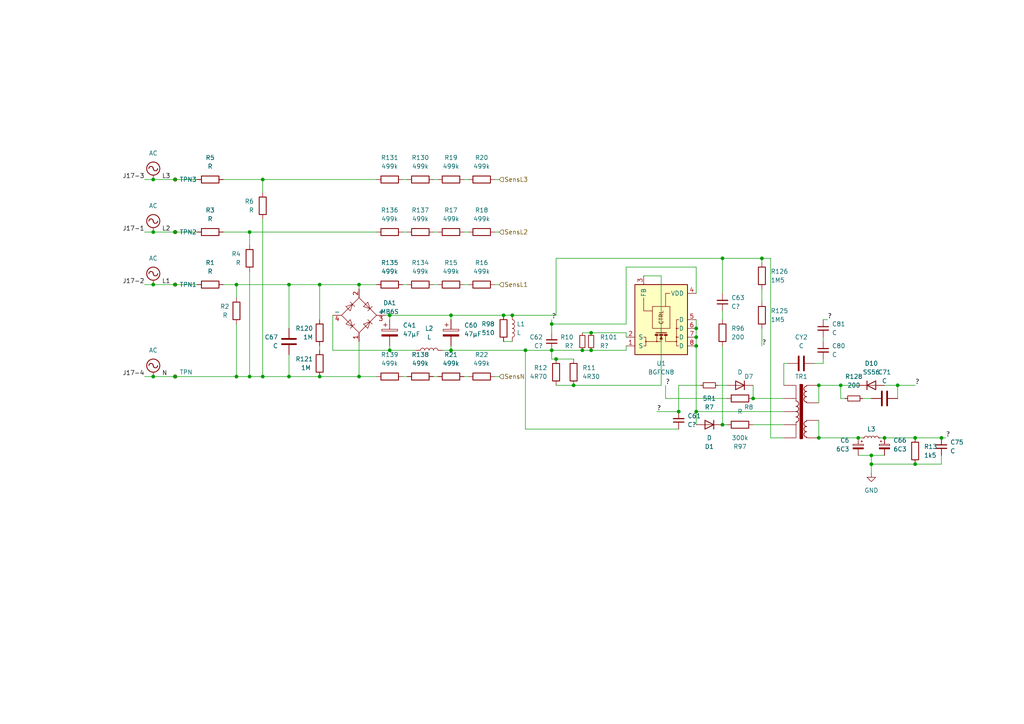
<source format=kicad_sch>
(kicad_sch (version 20211123) (generator eeschema)
  (paper "A4")
  (lib_symbols
    (symbol "Connector:TestPoint_Small" (pin_numbers hide) (pin_names (offset 0.762) hide)
      (property "Reference" "TP" (at 0 3.81 0))
      (property "Value" "TestPoint_Small" (at 0 2.032 0))
      (symbol "TestPoint_Small_0_1"
        (circle (center 0 0) (radius 0.508))
      )
      (symbol "TestPoint_Small_1_1"
        (pin passive line (at 0 0 90) (length 0) (name "1") (number "1"))
      )
    )
    (symbol "Device:C" (pin_numbers hide) (pin_names (offset 0.254))
      (property "Reference" "C" (at 0.635 2.54 0))
      (property "Value" "C" (at 0.635 -2.54 0))
      (symbol "C_0_1"
        (polyline (pts (xy -2.032 -0.762) (xy 2.032 -0.762)) (stroke (width 0.508)))
        (polyline (pts (xy -2.032 0.762) (xy 2.032 0.762)) (stroke (width 0.508)))
      )
      (symbol "C_1_1"
        (pin passive line (at 0 3.81 270) (length 2.794) (name "~") (number "1"))
        (pin passive line (at 0 -3.81 90) (length 2.794) (name "~") (number "2"))
      )
    )
    (symbol "Device:C_Polarized" (pin_numbers hide) (pin_names (offset 0.254))
      (property "Reference" "C" (at 0.635 2.54 0))
      (property "Value" "C_Polarized" (at 0.635 -2.54 0))
      (symbol "C_Polarized_0_1"
        (rectangle (start -2.286 0.508) (end 2.286 1.016))
        (polyline (pts (xy -1.778 2.286) (xy -0.762 2.286)))
        (polyline (pts (xy -1.27 2.794) (xy -1.27 1.778)))
        (rectangle (start 2.286 -0.508) (end -2.286 -1.016) (fill (type outline)))
      )
      (symbol "C_Polarized_1_1"
        (pin passive line (at 0 3.81 270) (length 2.794) (name "~") (number "1"))
        (pin passive line (at 0 -3.81 90) (length 2.794) (name "~") (number "2"))
      )
    )
    (symbol "Device:C_Polarized_Small" (pin_numbers hide) (pin_names (offset 0.254) hide)
      (property "Reference" "C" (at 0.254 1.778 0))
      (property "Value" "C_Polarized_Small" (at 0.254 -2.032 0))
      (symbol "C_Polarized_Small_0_1"
        (rectangle (start -1.524 -0.3048) (end 1.524 -0.6858) (fill (type outline)))
        (rectangle (start -1.524 0.6858) (end 1.524 0.3048))
        (polyline (pts (xy -1.27 1.524) (xy -0.762 1.524)))
        (polyline (pts (xy -1.016 1.27) (xy -1.016 1.778)))
      )
      (symbol "C_Polarized_Small_1_1"
        (pin passive line (at 0 2.54 270) (length 1.8542) (name "~") (number "1"))
        (pin passive line (at 0 -2.54 90) (length 1.8542) (name "~") (number "2"))
      )
    )
    (symbol "Device:C_Small" (pin_numbers hide) (pin_names (offset 0.254) hide)
      (property "Reference" "C" (at 0.254 1.778 0))
      (property "Value" "C_Small" (at 0.254 -2.032 0))
      (symbol "C_Small_0_1"
        (polyline (pts (xy -1.524 -0.508) (xy 1.524 -0.508)) (stroke (width 0.3302)))
        (polyline (pts (xy -1.524 0.508) (xy 1.524 0.508)) (stroke (width 0.3048)))
      )
      (symbol "C_Small_1_1"
        (pin passive line (at 0 2.54 270) (length 2.032) (name "~") (number "1"))
        (pin passive line (at 0 -2.54 90) (length 2.032) (name "~") (number "2"))
      )
    )
    (symbol "Device:D" (pin_numbers hide) (pin_names (offset 1.016) hide)
      (property "Reference" "D" (at 0 2.54 0))
      (property "Value" "D" (at 0 -2.54 0))
      (symbol "D_0_1"
        (polyline (pts (xy -1.27 1.27) (xy -1.27 -1.27)) (stroke (width 0.254)))
        (polyline (pts (xy 1.27 0) (xy -1.27 0)))
        (polyline (pts (xy 1.27 1.27) (xy 1.27 -1.27) (xy -1.27 0) (xy 1.27 1.27)) (stroke (width 0.254)))
      )
      (symbol "D_1_1"
        (pin passive line (at -3.81 0 0) (length 2.54) (name "K") (number "1"))
        (pin passive line (at 3.81 0 180) (length 2.54) (name "A") (number "2"))
      )
    )
    (symbol "Device:L" (pin_numbers hide) (pin_names (offset 1.016) hide)
      (property "Reference" "L" (at -1.27 0 90))
      (property "Value" "L" (at 1.905 0 90))
      (symbol "L_0_1"
        (arc (start 0 -2.54) (mid 0.635 -1.905) (end 0 -1.27))
        (arc (start 0 -1.27) (mid 0.635 -0.635) (end 0 0))
        (arc (start 0 0) (mid 0.635 0.635) (end 0 1.27))
        (arc (start 0 1.27) (mid 0.635 1.905) (end 0 2.54))
      )
      (symbol "L_1_1"
        (pin passive line (at 0 3.81 270) (length 1.27) (name "1") (number "1"))
        (pin passive line (at 0 -3.81 90) (length 1.27) (name "2") (number "2"))
      )
    )
    (symbol "Device:L_Small" (pin_numbers hide) (pin_names (offset 0.254) hide)
      (property "Reference" "L" (at 0.762 1.016 0))
      (property "Value" "L_Small" (at 0.762 -1.016 0))
      (symbol "L_Small_0_1"
        (arc (start 0 -2.032) (mid 0.508 -1.524) (end 0 -1.016))
        (arc (start 0 -1.016) (mid 0.508 -0.508) (end 0 0))
        (arc (start 0 0) (mid 0.508 0.508) (end 0 1.016))
        (arc (start 0 1.016) (mid 0.508 1.524) (end 0 2.032))
      )
      (symbol "L_Small_1_1"
        (pin passive line (at 0 2.54 270) (length 0.508) (name "~") (number "1"))
        (pin passive line (at 0 -2.54 90) (length 0.508) (name "~") (number "2"))
      )
    )
    (symbol "Device:R" (pin_numbers hide) (pin_names (offset 0))
      (property "Reference" "R" (at 2.032 0 90))
      (property "Value" "R" (at 0 0 90))
      (symbol "R_0_1"
        (rectangle (start -1.016 -2.54) (end 1.016 2.54) (stroke (width 0.254)))
      )
      (symbol "R_1_1"
        (pin passive line (at 0 3.81 270) (length 1.27) (name "~") (number "1"))
        (pin passive line (at 0 -3.81 90) (length 1.27) (name "~") (number "2"))
      )
    )
    (symbol "Device:R_Small" (pin_numbers hide) (pin_names (offset 0.254) hide)
      (property "Reference" "R" (at 0.762 0.508 0))
      (property "Value" "R_Small" (at 0.762 -1.016 0))
      (symbol "R_Small_0_1"
        (rectangle (start -0.762 1.778) (end 0.762 -1.778) (stroke (width 0.2032)))
      )
      (symbol "R_Small_1_1"
        (pin passive line (at 0 2.54 270) (length 0.762) (name "~") (number "1"))
        (pin passive line (at 0 -2.54 90) (length 0.762) (name "~") (number "2"))
      )
    )
    (symbol "Diode_Bridge:MB6S" (pin_names (offset 0))
      (property "Reference" "D" (at 2.54 6.985 0))
      (property "Value" "MB6S" (at 2.54 5.08 0))
      (symbol "MB6S_0_1"
        (polyline (pts (xy -2.54 3.81) (xy -1.27 2.54)))
        (polyline (pts (xy -1.27 -2.54) (xy -2.54 -3.81)))
        (polyline (pts (xy 2.54 -1.27) (xy 3.81 -2.54)))
        (polyline (pts (xy 2.54 1.27) (xy 3.81 2.54)))
        (polyline (pts (xy -3.81 2.54) (xy -2.54 1.27) (xy -1.905 3.175) (xy -3.81 2.54)))
        (polyline (pts (xy -2.54 -1.27) (xy -3.81 -2.54) (xy -1.905 -3.175) (xy -2.54 -1.27)))
        (polyline (pts (xy 1.27 2.54) (xy 2.54 3.81) (xy 3.175 1.905) (xy 1.27 2.54)))
        (polyline (pts (xy 3.175 -1.905) (xy 1.27 -2.54) (xy 2.54 -3.81) (xy 3.175 -1.905)))
        (polyline (pts (xy -5.08 0) (xy 0 -5.08) (xy 5.08 0) (xy 0 5.08) (xy -5.08 0)))
      )
      (symbol "MB6S_1_1"
        (pin passive line (at 0 -7.62 90) (length 2.54) (name "~") (number "1"))
        (pin passive line (at 0 7.62 270) (length 2.54) (name "~") (number "2"))
        (pin passive line (at 7.62 0 180) (length 2.54) (name "+") (number "3"))
        (pin passive line (at -7.62 0 0) (length 2.54) (name "-") (number "4"))
      )
    )
    (symbol "Regulator_Switching:VIPer22AS" (pin_names (offset 1.016))
      (property "Reference" "U" (at 11.43 6.35 0))
      (property "Value" "VIPer22AS" (at 11.43 3.81 0))
      (symbol "VIPer22AS_0_0"
        (rectangle (start -10.16 7.62) (end 10.16 -7.62) (stroke (width 0.254)) (fill (type background)))
        (polyline (pts (xy 2.54 5.08) (xy 2.54 4.445)))
        (polyline (pts (xy 5.08 5.08) (xy 5.08 4.445)))
        (polyline (pts (xy 6.35 -2.54) (xy 6.35 -4.445)))
        (polyline (pts (xy 6.35 2.54) (xy 6.35 4.445)))
        (polyline (pts (xy 0 5.08) (xy 0 4.445) (xy 7.62 4.445) (xy 7.62 5.08)))
        (polyline (pts (xy 5.08 -5.08) (xy 5.08 -4.445) (xy 7.62 -4.445) (xy 7.62 -5.08)))
        (circle (center 2.54 4.445) (radius 0.127))
        (circle (center 5.08 4.445) (radius 0.127))
        (circle (center 6.35 -4.445) (radius 0.127))
        (circle (center 6.35 -1.27) (radius 0.127))
        (circle (center 6.35 4.445) (radius 0.127))
        (text "CTRL" (at -0.635 0 0) (effects (font (size 1.1176 1.1176))))
      )
      (symbol "VIPer22AS_0_1"
        (rectangle (start -3.81 2.54) (end 2.54 -2.54))
        (polyline (pts (xy 3.81 0) (xy 2.54 0)))
        (polyline (pts (xy 4.445 -1.016) (xy 4.445 -1.651)) (stroke (width 0.508)))
        (polyline (pts (xy 4.445 0.381) (xy 4.445 -0.381)) (stroke (width 0.508)))
        (polyline (pts (xy 4.445 1.651) (xy 4.445 1.016)) (stroke (width 0.508)))
        (polyline (pts (xy -7.62 2.54) (xy -7.62 1.27) (xy -3.81 1.27)))
        (polyline (pts (xy -6.35 -5.08) (xy -2.54 -5.08) (xy -2.54 -2.54)))
        (polyline (pts (xy 3.81 1.524) (xy 3.81 -1.524) (xy 3.81 -1.524)) (stroke (width 0.254)))
        (polyline (pts (xy 4.572 -1.27) (xy 6.35 -1.27) (xy 6.35 -2.54) (xy 6.35 -2.54)))
        (polyline (pts (xy 4.572 1.27) (xy 6.35 1.27) (xy 6.35 2.54) (xy 6.35 2.54)))
        (polyline (pts (xy 4.572 0) (xy 5.08 0) (xy 6.35 0) (xy 6.35 -1.27) (xy 6.35 -1.27)))
        (polyline (pts (xy 4.699 0) (xy 5.715 0.381) (xy 5.715 -0.381) (xy 4.699 0) (xy 4.826 0) (xy 4.826 0)) (fill (type outline)))
      )
      (symbol "VIPer22AS_1_1"
        (pin passive line (at 7.62 -10.16 90) (length 2.54) (name "S") (number "1"))
        (pin passive line (at 5.08 -10.16 90) (length 2.54) (name "S") (number "2"))
        (pin input line (at -12.7 -5.08 0) (length 2.54) (name "FB") (number "3"))
        (pin power_in line (at -7.62 10.16 270) (length 2.54) (name "VDD") (number "4"))
        (pin passive line (at 0 10.16 270) (length 2.54) (name "D") (number "5"))
        (pin passive line (at 2.54 10.16 270) (length 2.54) (name "D") (number "6"))
        (pin passive line (at 5.08 10.16 270) (length 2.54) (name "D") (number "7"))
        (pin passive line (at 7.62 10.16 270) (length 2.54) (name "D") (number "8"))
      )
    )
    (symbol "Transformer:TRANSF9" (pin_numbers hide) (pin_names (offset 0))
      (property "Reference" "TR" (at 0 8.89 0))
      (property "Value" "TRANSF9" (at 0 -8.89 0))
      (symbol "TRANSF9_0_1"
        (arc (start -1.524 -3.048) (mid -0.762 -2.286) (end -1.524 -1.524) (stroke (width 0.2032)))
        (arc (start -1.524 -1.524) (mid -0.762 -0.762) (end -1.524 0) (stroke (width 0.2032)))
        (arc (start -1.524 0) (mid -0.762 0.762) (end -1.524 1.524) (stroke (width 0.2032)))
        (arc (start -1.524 1.524) (mid -0.762 2.286) (end -1.524 3.048) (stroke (width 0.2032)))
        (rectangle (start -0.254 7.747) (end 0.254 -7.747) (stroke (width 0.508)) (fill (type outline)))
        (polyline (pts (xy -1.524 -3.81) (xy -2.54 -3.81) (xy -2.54 -3.81)) (fill (type outline)))
        (polyline (pts (xy -1.524 0) (xy -2.54 0) (xy -2.54 0)) (fill (type outline)))
        (polyline (pts (xy -1.524 3.81) (xy -2.54 3.81) (xy -2.54 3.81)) (fill (type outline)))
        (polyline (pts (xy 1.524 -7.366) (xy 1.524 -7.62) (xy 1.524 -7.62)) (fill (type outline)))
        (polyline (pts (xy 1.524 -2.54) (xy 1.524 -2.794) (xy 1.524 -2.794)) (fill (type outline)))
        (polyline (pts (xy 1.524 -2.54) (xy 2.54 -2.54) (xy 2.54 -2.54)))
        (polyline (pts (xy 1.524 2.54) (xy 1.524 2.794) (xy 1.524 2.794)) (fill (type outline)))
        (polyline (pts (xy 1.524 2.54) (xy 2.54 2.54) (xy 2.54 2.54)))
        (polyline (pts (xy 1.524 7.62) (xy 1.524 7.366) (xy 1.524 7.366)) (fill (type outline)))
        (polyline (pts (xy 1.524 7.62) (xy 2.54 7.62) (xy 2.54 7.62)))
        (polyline (pts (xy 2.54 -7.62) (xy 1.524 -7.62) (xy 1.524 -7.62)))
        (polyline (pts (xy -2.54 -7.62) (xy -1.524 -7.62) (xy -1.524 -3.048) (xy -1.524 -3.048)))
        (polyline (pts (xy -2.54 7.62) (xy -1.524 7.62) (xy -1.524 3.048) (xy -1.524 3.048)))
        (arc (start 1.524 -5.842) (mid 0.762 -6.604) (end 1.524 -7.366) (stroke (width 0.2032)))
        (arc (start 1.524 -4.318) (mid 0.762 -5.08) (end 1.524 -5.842) (stroke (width 0.2032)))
        (arc (start 1.524 -2.794) (mid 0.762 -3.556) (end 1.524 -4.318) (stroke (width 0.2032)))
        (arc (start 1.524 4.318) (mid 0.762 3.556) (end 1.524 2.794) (stroke (width 0.2032)))
        (arc (start 1.524 5.842) (mid 0.762 5.08) (end 1.524 4.318) (stroke (width 0.2032)))
        (arc (start 1.524 7.366) (mid 0.762 6.604) (end 1.524 5.842) (stroke (width 0.2032)))
      )
      (symbol "TRANSF9_1_1"
        (pin passive line (at -5.08 7.62 0) (length 2.54) (name "~") (number "1"))
        (pin passive line (at -5.08 -3.81 0) (length 2.54) (name "~") (number "2"))
        (pin passive line (at -5.08 0 0) (length 2.54) (name "~") (number "2"))
        (pin passive line (at -5.08 3.81 0) (length 2.54) (name "~") (number "2"))
        (pin passive line (at -5.08 -7.62 0) (length 2.54) (name "~") (number "3"))
        (pin passive line (at 5.08 7.62 180) (length 2.54) (name "~") (number "4"))
        (pin passive line (at 5.08 2.54 180) (length 2.54) (name "~") (number "5"))
        (pin passive line (at 5.08 -2.54 180) (length 2.54) (name "~") (number "6"))
        (pin passive line (at 5.08 -7.62 180) (length 2.54) (name "~") (number "7"))
      )
    )
    (symbol "power:AC" (power) (pin_names (offset 0))
      (property "Value" "AC" (at 0 6.35 0))
      (symbol "AC_0_1"
        (polyline (pts (xy 0 0) (xy 0 1.27)))
        (arc (start 0 3.175) (mid -0.635 3.81) (end -1.27 3.175) (stroke (width 0.254)))
        (arc (start 0 3.175) (mid 0.635 2.54) (end 1.27 3.175) (stroke (width 0.254)))
        (circle (center 0 3.175) (radius 1.905) (stroke (width 0.254)))
      )
      (symbol "AC_1_1"
        (pin power_in line (at 0 0 90) (length 0) hide (name "AC") (number "1"))
      )
    )
    (symbol "power:GND" (power) (pin_names (offset 0))
      (property "Value" "GND" (at 0 -3.81 0))
      (symbol "GND_0_1"
        (polyline (pts (xy 0 0) (xy 0 -1.27) (xy 1.27 -1.27) (xy 0 -2.54) (xy -1.27 -1.27) (xy 0 -1.27)))
      )
      (symbol "GND_1_1"
        (pin power_in line (at 0 0 270) (length 0) hide (name "GND") (number "1"))
      )
    )
  )
  (junction (at 92.71 109.22))
  (junction (at 44.45 67.31))
  (junction (at 265.43 134.62))
  (junction (at 265.43 127))
  (junction (at 273.05 127))
  (junction (at 104.14 82.55))
  (junction (at 237.49 111.76))
  (junction (at 72.39 109.22))
  (junction (at 201.93 95.25))
  (junction (at 50.8 109.22))
  (junction (at 68.58 109.22))
  (junction (at 160.02 93.98))
  (junction (at 218.44 115.57))
  (junction (at 237.49 127))
  (junction (at 160.02 101.6))
  (junction (at 72.39 67.31))
  (junction (at 146.05 91.44))
  (junction (at 220.98 74.93))
  (junction (at 44.45 82.55))
  (junction (at 44.45 109.22))
  (junction (at 76.2 52.07))
  (junction (at 76.2 109.22))
  (junction (at 209.55 123.19))
  (junction (at 252.73 132.08))
  (junction (at 171.45 101.6))
  (junction (at 152.4 101.6))
  (junction (at 50.8 52.07))
  (junction (at 168.91 101.6))
  (junction (at 104.14 109.22))
  (junction (at 209.55 74.93))
  (junction (at 130.81 91.44))
  (junction (at 256.54 127))
  (junction (at 171.45 96.52))
  (junction (at 161.29 104.14))
  (junction (at 92.71 82.55))
  (junction (at 113.03 91.44))
  (junction (at 130.81 101.6))
  (junction (at 50.8 67.31))
  (junction (at 260.35 111.76))
  (junction (at 148.59 91.44))
  (junction (at 44.45 52.07))
  (junction (at 50.8 82.55))
  (junction (at 201.93 100.33))
  (junction (at 68.58 82.55))
  (junction (at 201.93 97.79))
  (junction (at 83.82 82.55))
  (junction (at 166.37 111.76))
  (junction (at 243.84 111.76))
  (junction (at 113.03 101.6))
  (junction (at 196.85 119.38))
  (junction (at 201.93 119.38))
  (junction (at 83.82 109.22))
  (junction (at 248.92 127))
  (junction (at 252.73 134.62))
  (wire (pts (xy 209.55 90.17) (xy 209.55 92.71)))
  (wire (pts (xy 143.51 82.55) (xy 144.78 82.55)))
  (wire (pts (xy 113.03 101.6) (xy 113.03 100.33)))
  (wire (pts (xy 125.73 109.22) (xy 127 109.22)))
  (wire (pts (xy 83.82 82.55) (xy 92.71 82.55)))
  (wire (pts (xy 260.35 111.76) (xy 260.35 115.57)))
  (wire (pts (xy 113.03 91.44) (xy 130.81 91.44)))
  (wire (pts (xy 265.43 127) (xy 273.05 127)))
  (wire (pts (xy 245.11 115.57) (xy 243.84 115.57)))
  (wire (pts (xy 130.81 91.44) (xy 130.81 92.71)))
  (wire (pts (xy 96.52 101.6) (xy 113.03 101.6)))
  (wire (pts (xy 134.62 52.07) (xy 135.89 52.07)))
  (wire (pts (xy 168.91 96.52) (xy 171.45 96.52)))
  (wire (pts (xy 252.73 132.08) (xy 256.54 132.08)))
  (wire (pts (xy 168.91 101.6) (xy 171.45 101.6)))
  (wire (pts (xy 76.2 109.22) (xy 83.82 109.22)))
  (wire (pts (xy 209.55 74.93) (xy 220.98 74.93)))
  (wire (pts (xy 134.62 109.22) (xy 135.89 109.22)))
  (wire (pts (xy 250.19 115.57) (xy 252.73 115.57)))
  (wire (pts (xy 104.14 82.55) (xy 92.71 82.55)))
  (wire (pts (xy 68.58 109.22) (xy 72.39 109.22)))
  (wire (pts (xy 237.49 127) (xy 248.92 127)))
  (wire (pts (xy 181.61 77.47) (xy 181.61 93.98)))
  (wire (pts (xy 152.4 101.6) (xy 160.02 101.6)))
  (wire (pts (xy 152.4 124.46) (xy 152.4 101.6)))
  (wire (pts (xy 181.61 101.6) (xy 181.61 100.33)))
  (wire (pts (xy 238.76 97.79) (xy 238.76 99.06)))
  (wire (pts (xy 41.91 52.07) (xy 44.45 52.07)))
  (wire (pts (xy 96.52 91.44) (xy 96.52 101.6)))
  (wire (pts (xy 109.22 82.55) (xy 104.14 82.55)))
  (wire (pts (xy 201.93 100.33) (xy 201.93 119.38)))
  (wire (pts (xy 41.91 109.22) (xy 44.45 109.22)))
  (wire (pts (xy 128.27 101.6) (xy 130.81 101.6)))
  (wire (pts (xy 201.93 92.71) (xy 201.93 95.25)))
  (wire (pts (xy 125.73 67.31) (xy 127 67.31)))
  (wire (pts (xy 72.39 67.31) (xy 109.22 67.31)))
  (wire (pts (xy 243.84 111.76) (xy 248.92 111.76)))
  (wire (pts (xy 130.81 100.33) (xy 130.81 101.6)))
  (wire (pts (xy 44.45 52.07) (xy 50.8 52.07)))
  (wire (pts (xy 125.73 52.07) (xy 127 52.07)))
  (wire (pts (xy 130.81 91.44) (xy 146.05 91.44)))
  (wire (pts (xy 148.59 91.44) (xy 161.29 91.44)))
  (wire (pts (xy 238.76 104.14) (xy 238.76 105.41)))
  (wire (pts (xy 252.73 137.16) (xy 252.73 134.62)))
  (wire (pts (xy 76.2 63.5) (xy 76.2 109.22)))
  (wire (pts (xy 201.93 119.38) (xy 227.33 119.38)))
  (wire (pts (xy 143.51 52.07) (xy 144.78 52.07)))
  (wire (pts (xy 228.6 105.41) (xy 227.33 105.41)))
  (wire (pts (xy 220.98 74.93) (xy 223.52 74.93)))
  (wire (pts (xy 92.71 82.55) (xy 92.71 92.71)))
  (wire (pts (xy 116.84 52.07) (xy 118.11 52.07)))
  (wire (pts (xy 68.58 82.55) (xy 68.58 86.36)))
  (wire (pts (xy 237.49 116.84) (xy 237.49 111.76)))
  (wire (pts (xy 186.69 80.01) (xy 191.77 80.01)))
  (wire (pts (xy 113.03 91.44) (xy 113.03 92.71)))
  (wire (pts (xy 146.05 91.44) (xy 148.59 91.44)))
  (wire (pts (xy 50.8 52.07) (xy 57.15 52.07)))
  (wire (pts (xy 171.45 101.6) (xy 181.61 101.6)))
  (wire (pts (xy 273.05 132.08) (xy 273.05 134.62)))
  (wire (pts (xy 83.82 102.87) (xy 83.82 109.22)))
  (wire (pts (xy 152.4 124.46) (xy 196.85 124.46)))
  (wire (pts (xy 134.62 67.31) (xy 135.89 67.31)))
  (wire (pts (xy 160.02 101.6) (xy 160.02 104.14)))
  (wire (pts (xy 248.92 127) (xy 250.19 127)))
  (wire (pts (xy 237.49 121.92) (xy 237.49 127)))
  (wire (pts (xy 92.71 100.33) (xy 92.71 101.6)))
  (wire (pts (xy 220.98 83.82) (xy 220.98 87.63)))
  (wire (pts (xy 209.55 100.33) (xy 209.55 123.19)))
  (wire (pts (xy 83.82 109.22) (xy 92.71 109.22)))
  (wire (pts (xy 181.61 77.47) (xy 201.93 77.47)))
  (wire (pts (xy 72.39 109.22) (xy 76.2 109.22)))
  (wire (pts (xy 209.55 74.93) (xy 161.29 74.93)))
  (wire (pts (xy 130.81 101.6) (xy 152.4 101.6)))
  (wire (pts (xy 68.58 93.98) (xy 68.58 109.22)))
  (wire (pts (xy 160.02 93.98) (xy 181.61 93.98)))
  (wire (pts (xy 256.54 111.76) (xy 260.35 111.76)))
  (wire (pts (xy 248.92 132.08) (xy 252.73 132.08)))
  (wire (pts (xy 236.22 105.41) (xy 238.76 105.41)))
  (wire (pts (xy 209.55 123.19) (xy 210.82 123.19)))
  (wire (pts (xy 252.73 132.08) (xy 252.73 134.62)))
  (wire (pts (xy 160.02 92.71) (xy 160.02 93.98)))
  (wire (pts (xy 166.37 111.76) (xy 191.77 111.76)))
  (wire (pts (xy 50.8 82.55) (xy 57.15 82.55)))
  (wire (pts (xy 64.77 82.55) (xy 68.58 82.55)))
  (wire (pts (xy 116.84 82.55) (xy 118.11 82.55)))
  (wire (pts (xy 160.02 104.14) (xy 161.29 104.14)))
  (wire (pts (xy 201.93 95.25) (xy 201.93 97.79)))
  (wire (pts (xy 171.45 96.52) (xy 181.61 96.52)))
  (wire (pts (xy 76.2 55.88) (xy 76.2 52.07)))
  (wire (pts (xy 72.39 67.31) (xy 72.39 71.12)))
  (wire (pts (xy 181.61 96.52) (xy 181.61 97.79)))
  (wire (pts (xy 252.73 134.62) (xy 265.43 134.62)))
  (wire (pts (xy 161.29 74.93) (xy 161.29 91.44)))
  (wire (pts (xy 220.98 74.93) (xy 220.98 76.2)))
  (wire (pts (xy 193.04 111.76) (xy 193.04 115.57)))
  (wire (pts (xy 210.82 115.57) (xy 193.04 115.57)))
  (wire (pts (xy 113.03 101.6) (xy 120.65 101.6)))
  (wire (pts (xy 220.98 95.25) (xy 220.98 100.33)))
  (wire (pts (xy 238.76 92.71) (xy 240.03 92.71)))
  (wire (pts (xy 255.27 127) (xy 256.54 127)))
  (wire (pts (xy 161.29 111.76) (xy 166.37 111.76)))
  (wire (pts (xy 44.45 67.31) (xy 50.8 67.31)))
  (wire (pts (xy 161.29 104.14) (xy 166.37 104.14)))
  (wire (pts (xy 64.77 52.07) (xy 76.2 52.07)))
  (wire (pts (xy 125.73 82.55) (xy 127 82.55)))
  (wire (pts (xy 243.84 111.76) (xy 243.84 115.57)))
  (wire (pts (xy 116.84 67.31) (xy 118.11 67.31)))
  (wire (pts (xy 227.33 105.41) (xy 227.33 111.76)))
  (wire (pts (xy 273.05 127) (xy 274.32 127)))
  (wire (pts (xy 104.14 99.06) (xy 104.14 109.22)))
  (wire (pts (xy 237.49 111.76) (xy 243.84 111.76)))
  (wire (pts (xy 143.51 67.31) (xy 144.78 67.31)))
  (wire (pts (xy 196.85 111.76) (xy 196.85 119.38)))
  (wire (pts (xy 209.55 85.09) (xy 209.55 74.93)))
  (wire (pts (xy 256.54 127) (xy 265.43 127)))
  (wire (pts (xy 190.5 119.38) (xy 196.85 119.38)))
  (wire (pts (xy 223.52 74.93) (xy 223.52 127)))
  (wire (pts (xy 160.02 101.6) (xy 168.91 101.6)))
  (wire (pts (xy 92.71 109.22) (xy 104.14 109.22)))
  (wire (pts (xy 83.82 82.55) (xy 83.82 95.25)))
  (wire (pts (xy 41.91 82.55) (xy 44.45 82.55)))
  (wire (pts (xy 260.35 111.76) (xy 265.43 111.76)))
  (wire (pts (xy 104.14 82.55) (xy 104.14 83.82)))
  (wire (pts (xy 208.28 111.76) (xy 210.82 111.76)))
  (wire (pts (xy 191.77 111.76) (xy 191.77 80.01)))
  (wire (pts (xy 76.2 52.07) (xy 109.22 52.07)))
  (wire (pts (xy 116.84 109.22) (xy 118.11 109.22)))
  (wire (pts (xy 201.93 119.38) (xy 201.93 123.19)))
  (wire (pts (xy 143.51 109.22) (xy 144.78 109.22)))
  (wire (pts (xy 160.02 96.52) (xy 160.02 93.98)))
  (wire (pts (xy 273.05 134.62) (xy 265.43 134.62)))
  (wire (pts (xy 201.93 77.47) (xy 201.93 85.09)))
  (wire (pts (xy 72.39 78.74) (xy 72.39 109.22)))
  (wire (pts (xy 201.93 97.79) (xy 201.93 100.33)))
  (wire (pts (xy 104.14 109.22) (xy 109.22 109.22)))
  (wire (pts (xy 41.91 67.31) (xy 44.45 67.31)))
  (wire (pts (xy 227.33 127) (xy 223.52 127)))
  (wire (pts (xy 68.58 82.55) (xy 83.82 82.55)))
  (wire (pts (xy 146.05 99.06) (xy 148.59 99.06)))
  (wire (pts (xy 134.62 82.55) (xy 135.89 82.55)))
  (wire (pts (xy 44.45 82.55) (xy 50.8 82.55)))
  (wire (pts (xy 50.8 67.31) (xy 57.15 67.31)))
  (wire (pts (xy 44.45 109.22) (xy 50.8 109.22)))
  (wire (pts (xy 218.44 123.19) (xy 227.33 123.19)))
  (wire (pts (xy 50.8 109.22) (xy 68.58 109.22)))
  (wire (pts (xy 111.76 91.44) (xy 113.03 91.44)))
  (wire (pts (xy 218.44 115.57) (xy 227.33 115.57)))
  (wire (pts (xy 203.2 111.76) (xy 196.85 111.76)))
  (wire (pts (xy 64.77 67.31) (xy 72.39 67.31)))
  (wire (pts (xy 218.44 115.57) (xy 218.44 111.76)))
  (label "?" (at 274.32 127 0))
  (label "?" (at 265.43 111.76 0))
  (label "?" (at 160.02 92.71 0))
  (label "N" (at 46.99 109.22 0))
  (label "?" (at 193.04 111.76 0))
  (label "?" (at 190.5 119.38 0))
  (label "L2" (at 46.99 67.31 0))
  (label "J17-4" (at 41.91 109.22 180))
  (label "?" (at 240.03 92.71 0))
  (label "L1" (at 46.99 82.55 0))
  (label "?" (at 220.98 100.33 0))
  (label "L3" (at 46.99 52.07 0))
  (label "J17-2" (at 41.91 82.55 180))
  (label "J17-3" (at 41.91 52.07 180))
  (label "J17-1" (at 41.91 67.31 180))
  (hierarchical_label "SensL2" (shape input) (at 144.78 67.31 0))
  (hierarchical_label "SensL1" (shape input) (at 144.78 82.55 0))
  (hierarchical_label "SensL3" (shape input) (at 144.78 52.07 0))
  (hierarchical_label "SensN" (shape input) (at 144.78 109.22 0))
  (symbol (lib_id "Device:L_Small") (at 252.73 127 90) (unit 1)
    (property "Reference" "L3" (at 252.73 124.46 90))
    (property "Value" "L_Small" (effects hide))
  )
  (symbol (lib_id "Device:C_Small") (at 209.55 87.63 180) (unit 1)
    (property "Reference" "C63" (at 212.09 86.3535 0) (effects (justify right)))
    (property "Value" "C?" (at 212.09 88.8935 0) (effects (justify right)))
  )
  (symbol (lib_id "Device:R") (at 121.92 52.07 90) (unit 1)
    (property "Reference" "R130" (at 121.92 45.72 90))
    (property "Value" "499k" (at 121.92 48.26 90))
  )
  (symbol (lib_id "power:AC") (at 44.45 67.31 0) (unit 1)
    (property "Reference" "#PWR?" (effects hide))
    (property "Value" "AC" (at 44.45 59.69 0))
  )
  (symbol (lib_id "Device:C_Polarized_Small") (at 248.92 129.54 0) (mirror y) (unit 1)
    (property "Reference" "C6" (at 246.38 127.7238 0) (effects (justify left)))
    (property "Value" "6C3" (at 246.38 130.2638 0) (effects (justify left)))
  )
  (symbol (lib_id "Device:R_Small") (at 205.74 111.76 90) (mirror x) (unit 1)
    (property "Reference" "R7" (at 205.74 118.11 90))
    (property "Value" "5R1" (at 205.74 115.57 90))
  )
  (symbol (lib_id "Device:R_Small") (at 168.91 99.06 0) (mirror x) (unit 1)
    (property "Reference" "R10" (at 166.37 97.7899 0) (effects (justify right)))
    (property "Value" "R?" (at 166.37 100.3299 0) (effects (justify right)))
  )
  (symbol (lib_id "Device:R") (at 209.55 96.52 0) (unit 1)
    (property "Reference" "R96" (at 212.09 95.2499 0) (effects (justify left)))
    (property "Value" "200" (at 212.09 97.7899 0) (effects (justify left)))
  )
  (symbol (lib_id "Device:R") (at 220.98 91.44 180) (unit 1)
    (property "Reference" "R125" (at 223.52 90.1699 0) (effects (justify right)))
    (property "Value" "1M5" (at 223.52 92.7099 0) (effects (justify right)))
  )
  (symbol (lib_id "Device:R") (at 161.29 107.95 0) (mirror x) (unit 1)
    (property "Reference" "R12" (at 158.75 106.6799 0) (effects (justify right)))
    (property "Value" "4R70" (at 158.75 109.2199 0) (effects (justify right)))
  )
  (symbol (lib_id "Device:C_Polarized") (at 113.03 96.52 0) (unit 1)
    (property "Reference" "C41" (at 116.84 94.3609 0) (effects (justify left)))
    (property "Value" "47μF" (at 116.84 96.9009 0) (effects (justify left)))
  )
  (symbol (lib_id "Device:D") (at 205.74 123.19 0) (mirror y) (unit 1)
    (property "Reference" "D1" (at 205.74 129.54 0))
    (property "Value" "D" (at 205.74 127 0))
  )
  (symbol (lib_id "Device:R") (at 68.58 90.17 0) (mirror x) (unit 1)
    (property "Reference" "R2" (at 66.548 88.9 0) (effects (justify right)))
    (property "Value" "R" (at 66.04 91.44 0) (effects (justify right)))
  )
  (symbol (lib_id "Device:R") (at 139.7 82.55 90) (unit 1)
    (property "Reference" "R16" (at 139.7 76.2 90))
    (property "Value" "499k" (at 139.7 78.74 90))
  )
  (symbol (lib_id "Device:R") (at 113.03 82.55 90) (unit 1)
    (property "Reference" "R135" (at 113.03 76.2 90))
    (property "Value" "499k" (at 113.03 78.74 90))
  )
  (symbol (lib_id "power:AC") (at 44.45 82.55 0) (unit 1)
    (property "Reference" "#PWR?" (effects hide))
    (property "Value" "AC" (at 44.45 74.93 0))
  )
  (symbol (lib_id "Device:R") (at 121.92 109.22 90) (unit 1)
    (property "Reference" "R138" (at 121.92 102.87 90))
    (property "Value" "499k" (at 121.92 105.41 90))
  )
  (symbol (lib_id "Device:R") (at 92.71 96.52 0) (mirror y) (unit 1)
    (property "Reference" "R120" (at 90.805 95.25 0) (effects (justify left)))
    (property "Value" "1M" (at 90.805 97.79 0) (effects (justify left)))
  )
  (symbol (lib_id "Device:R") (at 76.2 59.69 0) (mirror x) (unit 1)
    (property "Reference" "R6" (at 73.66 58.42 0) (effects (justify right)))
    (property "Value" "R" (at 73.66 60.96 0) (effects (justify right)))
  )
  (symbol (lib_id "power:AC") (at 44.45 109.22 0) (unit 1)
    (property "Reference" "#PWR?" (effects hide))
    (property "Value" "AC" (at 44.45 101.6 0))
  )
  (symbol (lib_id "Device:C") (at 232.41 105.41 90) (unit 1)
    (property "Reference" "CY2" (at 232.41 97.79 90))
    (property "Value" "C" (at 232.41 100.33 90))
  )
  (symbol (lib_id "Device:R") (at 214.63 123.19 270) (mirror x) (unit 1)
    (property "Reference" "R97" (at 214.63 129.54 90))
    (property "Value" "300k" (at 214.63 127 90))
  )
  (symbol (lib_id "Device:C") (at 83.82 99.06 0) (mirror y) (unit 1)
    (property "Reference" "C67" (at 80.645 97.79 0) (effects (justify left)))
    (property "Value" "C" (at 80.645 100.33 0) (effects (justify left)))
  )
  (symbol (lib_id "Device:R") (at 60.96 82.55 90) (unit 1)
    (property "Reference" "R1" (at 60.96 76.2 90))
    (property "Value" "R" (at 60.96 78.74 90))
  )
  (symbol (lib_id "Device:L") (at 148.59 95.25 0) (unit 1)
    (property "Reference" "L1" (at 149.86 93.9799 0) (effects (justify left)))
    (property "Value" "L" (at 149.86 96.5199 0) (effects (justify left)))
  )
  (symbol (lib_id "Device:R") (at 220.98 80.01 0) (unit 1)
    (property "Reference" "R126" (at 223.52 78.7399 0) (effects (justify left)))
    (property "Value" "1M5" (at 223.52 81.2799 0) (effects (justify left)))
  )
  (symbol (lib_id "Connector:TestPoint_Small") (at 50.8 109.22 0) (unit 1)
    (property "Reference" "TPN" (at 52.07 107.95 0) (effects (justify left)))
    (property "Value" "TestPoint_Small" (effects hide))
  )
  (symbol (lib_id "Device:C_Small") (at 273.05 129.54 0) (unit 1)
    (property "Reference" "C75" (at 275.59 128.2762 0) (effects (justify left)))
    (property "Value" "C" (at 275.59 130.8162 0) (effects (justify left)))
  )
  (symbol (lib_id "Device:R") (at 121.92 82.55 90) (unit 1)
    (property "Reference" "R134" (at 121.92 76.2 90))
    (property "Value" "499k" (at 121.92 78.74 90))
  )
  (symbol (lib_id "Connector:TestPoint_Small") (at 50.8 52.07 0) (unit 1)
    (property "Reference" "TPN3" (at 52.07 52.0699 0) (effects (justify left)))
    (property "Value" "TestPoint_Small" (effects hide))
  )
  (symbol (lib_id "Device:R") (at 130.81 52.07 90) (unit 1)
    (property "Reference" "R19" (at 130.81 45.72 90))
    (property "Value" "499k" (at 130.81 48.26 90))
  )
  (symbol (lib_id "Device:R") (at 92.71 105.41 0) (mirror x) (unit 1)
    (property "Reference" "R121" (at 90.805 104.14 0) (effects (justify right)))
    (property "Value" "1M" (at 90.17 106.68 0) (effects (justify right)))
  )
  (symbol (lib_id "power:GND") (at 252.73 137.16 0) (unit 1)
    (property "Reference" "#PWR?" (effects hide))
    (property "Value" "GND" (at 252.73 142.24 0))
  )
  (symbol (lib_id "Device:D") (at 252.73 111.76 0) (unit 1)
    (property "Reference" "D10" (at 252.73 105.41 0))
    (property "Value" "SS56" (at 252.73 107.95 0))
  )
  (symbol (lib_id "Device:C_Small") (at 238.76 95.25 0) (unit 1)
    (property "Reference" "C81" (at 241.3 93.9862 0) (effects (justify left)))
    (property "Value" "C" (at 241.3 96.5262 0) (effects (justify left)))
  )
  (symbol (lib_id "Device:R") (at 130.81 82.55 90) (unit 1)
    (property "Reference" "R15" (at 130.81 76.2 90))
    (property "Value" "499k" (at 130.81 78.74 90))
  )
  (symbol (lib_id "Device:R") (at 130.81 67.31 90) (unit 1)
    (property "Reference" "R17" (at 130.81 60.96 90))
    (property "Value" "499k" (at 130.81 63.5 90))
  )
  (symbol (lib_id "Device:R") (at 166.37 107.95 0) (unit 1)
    (property "Reference" "R11" (at 168.91 106.6799 0) (effects (justify left)))
    (property "Value" "4R30" (at 168.91 109.2199 0) (effects (justify left)))
  )
  (symbol (lib_id "Device:R") (at 60.96 52.07 270) (unit 1)
    (property "Reference" "R5" (at 60.96 45.72 90))
    (property "Value" "R" (at 60.96 48.26 90))
  )
  (symbol (lib_id "Connector:TestPoint_Small") (at 50.8 82.55 0) (unit 1)
    (property "Reference" "TPN1" (at 52.07 82.5499 0) (effects (justify left)))
    (property "Value" "TestPoint_Small" (effects hide))
  )
  (symbol (lib_id "Device:R") (at 113.03 109.22 90) (unit 1)
    (property "Reference" "R139" (at 113.03 102.87 90))
    (property "Value" "499k" (at 113.03 105.41 90))
  )
  (symbol (lib_id "Device:R_Small") (at 171.45 99.06 0) (unit 1)
    (property "Reference" "R101" (at 173.99 97.7899 0) (effects (justify left)))
    (property "Value" "R?" (at 173.99 100.3299 0) (effects (justify left)))
  )
  (symbol (lib_id "Device:C_Small") (at 160.02 99.06 0) (mirror x) (unit 1)
    (property "Reference" "C62" (at 157.48 97.7835 0) (effects (justify right)))
    (property "Value" "C?" (at 157.48 100.3235 0) (effects (justify right)))
  )
  (symbol (lib_id "Device:R") (at 146.05 95.25 0) (mirror x) (unit 1)
    (property "Reference" "R98" (at 143.51 93.9799 0) (effects (justify right)))
    (property "Value" "510" (at 143.51 96.5199 0) (effects (justify right)))
  )
  (symbol (lib_id "Device:L") (at 124.46 101.6 90) (unit 1)
    (property "Reference" "L2" (at 124.46 95.25 90))
    (property "Value" "L" (at 124.46 97.79 90))
  )
  (symbol (lib_id "Device:R") (at 139.7 52.07 90) (unit 1)
    (property "Reference" "R20" (at 139.7 45.72 90))
    (property "Value" "499k" (at 139.7 48.26 90))
  )
  (symbol (lib_id "Device:C") (at 256.54 115.57 90) (unit 1)
    (property "Reference" "C71" (at 256.54 107.95 90))
    (property "Value" "C" (at 256.54 110.49 90))
  )
  (symbol (lib_id "Device:R") (at 214.63 115.57 90) (mirror x) (unit 1)
    (property "Reference" "R8" (at 217.17 118.11 90))
    (property "Value" "R" (at 214.63 119.38 90))
  )
  (symbol (lib_id "Device:R") (at 60.96 67.31 270) (unit 1)
    (property "Reference" "R3" (at 60.96 60.96 90))
    (property "Value" "R" (at 60.96 63.5 90))
  )
  (symbol (lib_id "Device:C_Polarized") (at 130.81 96.52 0) (unit 1)
    (property "Reference" "C60" (at 134.62 94.3609 0) (effects (justify left)))
    (property "Value" "47μF" (at 134.62 96.9009 0) (effects (justify left)))
  )
  (symbol (lib_id "Device:R") (at 72.39 74.93 0) (mirror x) (unit 1)
    (property "Reference" "R4" (at 69.85 73.66 0) (effects (justify right)))
    (property "Value" "R" (at 69.85 76.2 0) (effects (justify right)))
  )
  (symbol (lib_id "Device:R") (at 139.7 109.22 90) (unit 1)
    (property "Reference" "R22" (at 139.7 102.87 90))
    (property "Value" "499k" (at 139.7 105.41 90))
  )
  (symbol (lib_id "Device:D") (at 214.63 111.76 180) (unit 1)
    (property "Reference" "D7" (at 217.17 109.22 0))
    (property "Value" "D" (at 214.63 107.95 0))
  )
  (symbol (lib_id "Device:C_Small") (at 196.85 121.92 180) (unit 1)
    (property "Reference" "C61" (at 199.39 120.6435 0) (effects (justify right)))
    (property "Value" "C?" (at 199.39 123.1835 0) (effects (justify right)))
  )
  (symbol (lib_id "Device:C_Polarized_Small") (at 256.54 129.54 0) (unit 1)
    (property "Reference" "C66" (at 259.08 127.7238 0) (effects (justify left)))
    (property "Value" "6C3" (at 259.08 130.2638 0) (effects (justify left)))
  )
  (symbol (lib_id "Device:R") (at 265.43 130.81 0) (unit 1)
    (property "Reference" "R13" (at 267.97 129.5399 0) (effects (justify left)))
    (property "Value" "1k5" (at 267.97 132.0799 0) (effects (justify left)))
  )
  (symbol (lib_id "Device:R") (at 113.03 52.07 90) (unit 1)
    (property "Reference" "R131" (at 113.03 45.72 90))
    (property "Value" "499k" (at 113.03 48.26 90))
  )
  (symbol (lib_id "Transformer:TRANSF9") (at 232.41 119.38 0) (unit 1)
    (property "Reference" "TR1" (at 232.41 109.22 0))
    (property "Value" "TRANSF9" (effects hide))
  )
  (symbol (lib_id "Device:C_Small") (at 238.76 101.6 0) (unit 1)
    (property "Reference" "C80" (at 241.3 100.3362 0) (effects (justify left)))
    (property "Value" "C" (at 241.3 102.8762 0) (effects (justify left)))
  )
  (symbol (lib_id "Device:R") (at 139.7 67.31 90) (unit 1)
    (property "Reference" "R18" (at 139.7 60.96 90))
    (property "Value" "499k" (at 139.7 63.5 90))
  )
  (symbol (lib_id "Device:R") (at 121.92 67.31 90) (unit 1)
    (property "Reference" "R137" (at 121.92 60.96 90))
    (property "Value" "499k" (at 121.92 63.5 90))
  )
  (symbol (lib_id "Device:R_Small") (at 247.65 115.57 90) (unit 1)
    (property "Reference" "R128" (at 247.65 109.22 90))
    (property "Value" "200" (at 247.65 111.76 90))
  )
  (symbol (lib_id "Device:R") (at 130.81 109.22 90) (unit 1)
    (property "Reference" "R21" (at 130.81 102.87 90))
    (property "Value" "499k" (at 130.81 105.41 90))
  )
  (symbol (lib_id "Regulator_Switching:VIPer22AS") (at 191.77 92.71 270) (unit 1)
    (property "Reference" "U1" (at 191.77 105.41 90))
    (property "Value" "BGFCN8" (at 191.77 107.95 90))
    (property "Footprint" "Package_SO:SOIC-8_3.9x4.9mm_P1.27mm" (effects hide))
    (property "Datasheet" "http://www.st.com/web/en/resource/technical/document/datasheet/CD00087939.pdf" (effects hide))
  )
  (symbol (lib_id "Diode_Bridge:MB6S") (at 104.14 91.44 0) (unit 1)
    (property "Reference" "DA1" (at 113.03 87.8586 0))
    (property "Value" "MB6S" (at 113.03 90.3986 0))
    (property "Footprint" "Package_TO_SOT_SMD:TO-269AA" (effects hide))
    (property "Datasheet" "http://www.vishay.com/docs/88573/dfs.pdf" (effects hide))
  )
  (symbol (lib_id "Connector:TestPoint_Small") (at 50.8 67.31 0) (unit 1)
    (property "Reference" "TPN2" (at 52.07 67.3099 0) (effects (justify left)))
    (property "Value" "TestPoint_Small" (effects hide))
  )
  (symbol (lib_id "power:AC") (at 44.45 52.07 0) (unit 1)
    (property "Reference" "#PWR?" (effects hide))
    (property "Value" "AC" (at 44.45 44.45 0))
  )
  (symbol (lib_id "Device:R") (at 113.03 67.31 90) (unit 1)
    (property "Reference" "R136" (at 113.03 60.96 90))
    (property "Value" "499k" (at 113.03 63.5 90))
  )
)
</source>
